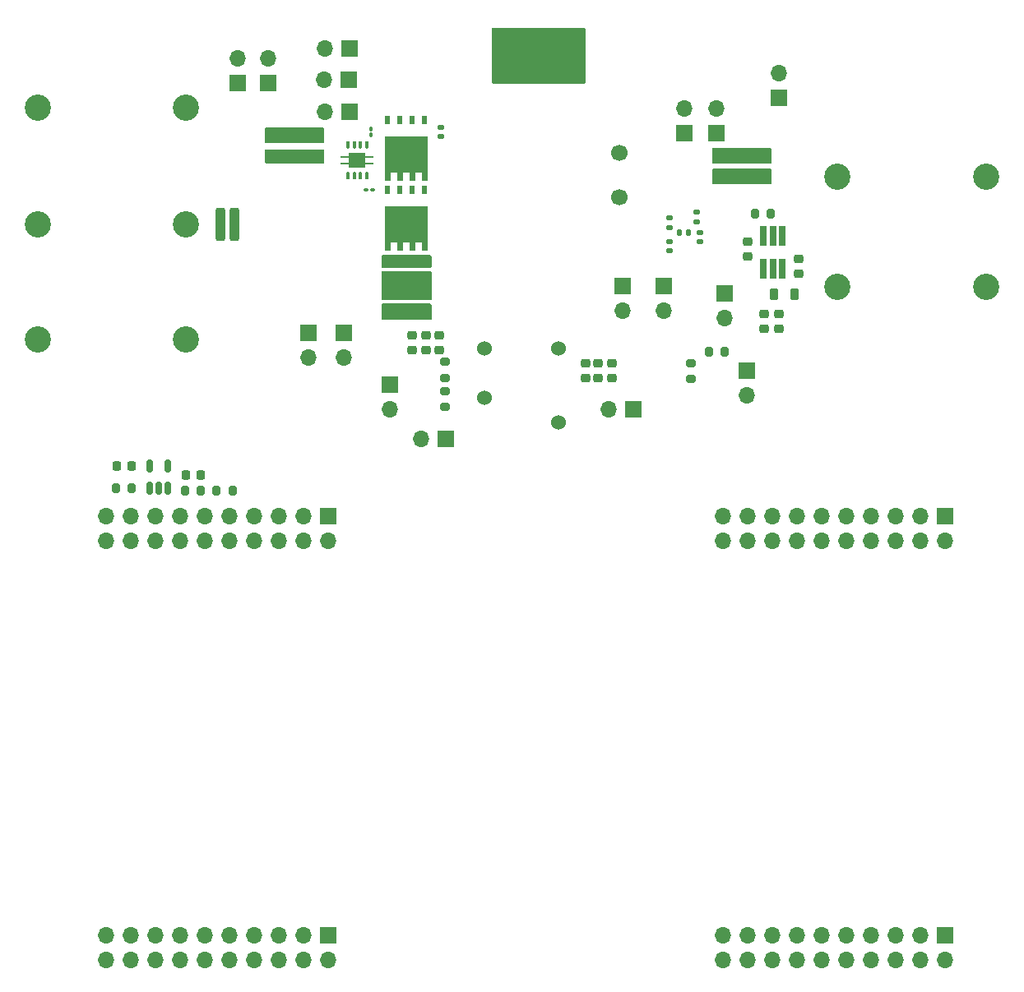
<source format=gbr>
%TF.GenerationSoftware,KiCad,Pcbnew,(6.0.1)*%
%TF.CreationDate,2023-08-02T16:38:55-05:00*%
%TF.ProjectId,board_v5,626f6172-645f-4763-952e-6b696361645f,rev?*%
%TF.SameCoordinates,Original*%
%TF.FileFunction,Soldermask,Top*%
%TF.FilePolarity,Negative*%
%FSLAX46Y46*%
G04 Gerber Fmt 4.6, Leading zero omitted, Abs format (unit mm)*
G04 Created by KiCad (PCBNEW (6.0.1)) date 2023-08-02 16:38:55*
%MOMM*%
%LPD*%
G01*
G04 APERTURE LIST*
G04 Aperture macros list*
%AMRoundRect*
0 Rectangle with rounded corners*
0 $1 Rounding radius*
0 $2 $3 $4 $5 $6 $7 $8 $9 X,Y pos of 4 corners*
0 Add a 4 corners polygon primitive as box body*
4,1,4,$2,$3,$4,$5,$6,$7,$8,$9,$2,$3,0*
0 Add four circle primitives for the rounded corners*
1,1,$1+$1,$2,$3*
1,1,$1+$1,$4,$5*
1,1,$1+$1,$6,$7*
1,1,$1+$1,$8,$9*
0 Add four rect primitives between the rounded corners*
20,1,$1+$1,$2,$3,$4,$5,0*
20,1,$1+$1,$4,$5,$6,$7,0*
20,1,$1+$1,$6,$7,$8,$9,0*
20,1,$1+$1,$8,$9,$2,$3,0*%
%AMFreePoly0*
4,1,17,2.675000,1.605000,1.875000,1.605000,1.875000,0.935000,2.675000,0.935000,2.675000,0.335000,1.875000,0.335000,1.875000,-0.335000,2.675000,-0.335000,2.675000,-0.935000,1.875000,-0.935000,1.875000,-1.605000,2.675000,-1.605000,2.675000,-2.205000,-1.875000,-2.205000,-1.875000,2.205000,2.675000,2.205000,2.675000,1.605000,2.675000,1.605000,$1*%
G04 Aperture macros list end*
%ADD10R,1.700000X1.700000*%
%ADD11O,1.700000X1.700000*%
%ADD12RoundRect,0.225000X-0.250000X0.225000X-0.250000X-0.225000X0.250000X-0.225000X0.250000X0.225000X0*%
%ADD13RoundRect,0.250000X0.475000X-0.250000X0.475000X0.250000X-0.475000X0.250000X-0.475000X-0.250000X0*%
%ADD14RoundRect,0.225000X0.225000X0.250000X-0.225000X0.250000X-0.225000X-0.250000X0.225000X-0.250000X0*%
%ADD15RoundRect,0.100000X-0.130000X-0.100000X0.130000X-0.100000X0.130000X0.100000X-0.130000X0.100000X0*%
%ADD16RoundRect,0.218750X0.256250X-0.218750X0.256250X0.218750X-0.256250X0.218750X-0.256250X-0.218750X0*%
%ADD17RoundRect,0.225000X0.250000X-0.225000X0.250000X0.225000X-0.250000X0.225000X-0.250000X-0.225000X0*%
%ADD18C,1.524000*%
%ADD19RoundRect,0.140000X0.140000X0.170000X-0.140000X0.170000X-0.140000X-0.170000X0.140000X-0.170000X0*%
%ADD20RoundRect,0.200000X-0.200000X-0.275000X0.200000X-0.275000X0.200000X0.275000X-0.200000X0.275000X0*%
%ADD21RoundRect,0.140000X0.170000X-0.140000X0.170000X0.140000X-0.170000X0.140000X-0.170000X-0.140000X0*%
%ADD22RoundRect,0.140000X-0.170000X0.140000X-0.170000X-0.140000X0.170000X-0.140000X0.170000X0.140000X0*%
%ADD23C,2.700000*%
%ADD24RoundRect,0.200000X0.200000X0.275000X-0.200000X0.275000X-0.200000X-0.275000X0.200000X-0.275000X0*%
%ADD25C,1.700000*%
%ADD26RoundRect,0.200000X-0.275000X0.200000X-0.275000X-0.200000X0.275000X-0.200000X0.275000X0.200000X0*%
%ADD27R,0.650000X2.000000*%
%ADD28RoundRect,0.200000X0.275000X-0.200000X0.275000X0.200000X-0.275000X0.200000X-0.275000X-0.200000X0*%
%ADD29RoundRect,0.150000X0.150000X-0.512500X0.150000X0.512500X-0.150000X0.512500X-0.150000X-0.512500X0*%
%ADD30RoundRect,0.250000X-0.250000X-1.450000X0.250000X-1.450000X0.250000X1.450000X-0.250000X1.450000X0*%
%ADD31R,0.400000X0.300000*%
%ADD32O,0.400000X0.650000*%
%ADD33R,0.825000X0.230000*%
%ADD34R,1.750000X1.500000*%
%ADD35RoundRect,0.218750X-0.218750X-0.381250X0.218750X-0.381250X0.218750X0.381250X-0.218750X0.381250X0*%
%ADD36RoundRect,0.135000X-0.185000X0.135000X-0.185000X-0.135000X0.185000X-0.135000X0.185000X0.135000X0*%
%ADD37RoundRect,0.100000X-0.100000X0.130000X-0.100000X-0.130000X0.100000X-0.130000X0.100000X0.130000X0*%
%ADD38FreePoly0,270.000000*%
%ADD39R,0.500000X0.850000*%
G04 APERTURE END LIST*
D10*
%TO.C,Vpv*%
X117725000Y-41350000D03*
D11*
X117725000Y-38810000D03*
%TD*%
D12*
%TO.C,C25*%
X173470000Y-65175000D03*
X173470000Y-66725000D03*
%TD*%
D10*
%TO.C,qp*%
X125075000Y-67150000D03*
D11*
X125075000Y-69690000D03*
%TD*%
D10*
%TO.C,Vgl*%
X129225000Y-41052499D03*
D11*
X126685000Y-41052499D03*
%TD*%
D10*
%TO.C,5V S*%
X158474999Y-75000001D03*
D11*
X155934999Y-75000001D03*
%TD*%
D12*
%TO.C,C2*%
X135425000Y-59725000D03*
X135425000Y-61275000D03*
%TD*%
D13*
%TO.C,C17*%
X121425000Y-48850000D03*
X121425000Y-46950000D03*
%TD*%
D14*
%TO.C,C21*%
X106825000Y-80850000D03*
X105275000Y-80850000D03*
%TD*%
D15*
%TO.C,R2*%
X131005000Y-52425000D03*
X131645000Y-52425000D03*
%TD*%
D10*
%TO.C,J7*%
X139174999Y-78000001D03*
D11*
X136634999Y-78000001D03*
%TD*%
D16*
%TO.C,C27*%
X170225000Y-59255000D03*
X170225000Y-57680000D03*
%TD*%
D12*
%TO.C,REF\u002A\u002A*%
X153600000Y-70225000D03*
X153600000Y-71775000D03*
%TD*%
D13*
%TO.C,C18*%
X125750000Y-48850000D03*
X125750000Y-46950000D03*
%TD*%
D17*
%TO.C,REF\u002A\u002A*%
X137115000Y-68925000D03*
X137115000Y-67375000D03*
%TD*%
D18*
%TO.C,U9*%
X150810000Y-76310000D03*
X150810000Y-68690000D03*
X143190000Y-68690000D03*
X143190000Y-73770000D03*
%TD*%
D10*
%TO.C,Vgh*%
X167070000Y-46530000D03*
D11*
X167070000Y-43990000D03*
%TD*%
D10*
%TO.C,qs*%
X167840000Y-63055000D03*
D11*
X167840000Y-65595000D03*
%TD*%
D10*
%TO.C,J4*%
X127075000Y-85995000D03*
D11*
X124535000Y-85995000D03*
X121995000Y-85995000D03*
X119455000Y-85995000D03*
X116915000Y-85995000D03*
X114375000Y-85995000D03*
X111835000Y-85995000D03*
X109295000Y-85995000D03*
X106755000Y-85995000D03*
X104215000Y-85995000D03*
X127075000Y-88535000D03*
X124535000Y-88535000D03*
X121995000Y-88535000D03*
X119455000Y-88535000D03*
X116915000Y-88535000D03*
X114375000Y-88535000D03*
X111835000Y-88535000D03*
X109295000Y-88535000D03*
X106755000Y-88535000D03*
X104215000Y-88535000D03*
%TD*%
D19*
%TO.C,C12*%
X164165000Y-56803000D03*
X163205000Y-56803000D03*
%TD*%
D12*
%TO.C,C2*%
X133790000Y-59715000D03*
X133790000Y-61265000D03*
%TD*%
D20*
%TO.C,R10*%
X112330484Y-83347532D03*
X113980484Y-83347532D03*
%TD*%
D12*
%TO.C,C14*%
X133740000Y-63030000D03*
X133740000Y-64580000D03*
%TD*%
D10*
%TO.C,Vsw*%
X129250000Y-37794999D03*
D11*
X126710000Y-37794999D03*
%TD*%
D21*
%TO.C,C9*%
X165350000Y-57730000D03*
X165350000Y-56770000D03*
%TD*%
D20*
%TO.C,R9*%
X115580484Y-83347532D03*
X117230484Y-83347532D03*
%TD*%
D22*
%TO.C,C6*%
X138700000Y-45940000D03*
X138700000Y-46900000D03*
%TD*%
D23*
%TO.C,J10*%
X179500000Y-62350000D03*
X194800000Y-62350000D03*
%TD*%
D13*
%TO.C,C22*%
X169712500Y-50925000D03*
X169712500Y-49025000D03*
%TD*%
D24*
%TO.C,R8*%
X106850000Y-83100000D03*
X105200000Y-83100000D03*
%TD*%
D25*
%TO.C,REF\u002A\u002A*%
X157050000Y-48610000D03*
%TD*%
D10*
%TO.C,Vin*%
X120850000Y-41350000D03*
D11*
X120850000Y-38810000D03*
%TD*%
D23*
%TO.C,J2*%
X97150000Y-55950000D03*
X112450000Y-55950000D03*
%TD*%
D14*
%TO.C,C20*%
X113955484Y-81722532D03*
X112405484Y-81722532D03*
%TD*%
D12*
%TO.C,C32*%
X156262000Y-70225000D03*
X156262000Y-71775000D03*
%TD*%
D10*
%TO.C,TP10*%
X170200000Y-70975000D03*
D11*
X170200000Y-73515000D03*
%TD*%
D13*
%TO.C,C23*%
X171700000Y-50925000D03*
X171700000Y-49025000D03*
%TD*%
D26*
%TO.C,R15*%
X164410000Y-70230000D03*
X164410000Y-71880000D03*
%TD*%
D27*
%TO.C,U6*%
X171900000Y-60527500D03*
X172850000Y-60527500D03*
X173800000Y-60527500D03*
X173800000Y-57107500D03*
X172850000Y-57107500D03*
X171900000Y-57107500D03*
%TD*%
D17*
%TO.C,C31*%
X138500000Y-68925000D03*
X138500000Y-67375000D03*
%TD*%
D13*
%TO.C,C19*%
X123587500Y-48850000D03*
X123587500Y-46950000D03*
%TD*%
D10*
%TO.C,Vgl*%
X161630000Y-62300000D03*
D11*
X161630000Y-64840000D03*
%TD*%
D12*
%TO.C,C29*%
X175500000Y-59475000D03*
X175500000Y-61025000D03*
%TD*%
D28*
%TO.C,R21*%
X139100001Y-71750000D03*
X139100001Y-70100000D03*
%TD*%
D29*
%TO.C,U7*%
X108700000Y-83087500D03*
X109650000Y-83087500D03*
X110600000Y-83087500D03*
X110600000Y-80812500D03*
X108700000Y-80812500D03*
%TD*%
D30*
%TO.C,R_Isense1*%
X115950000Y-55950000D03*
X117450000Y-55950000D03*
%TD*%
D10*
%TO.C,J6*%
X127075000Y-129195000D03*
D11*
X124535000Y-129195000D03*
X121995000Y-129195000D03*
X119455000Y-129195000D03*
X116915000Y-129195000D03*
X114375000Y-129195000D03*
X111835000Y-129195000D03*
X109295000Y-129195000D03*
X106755000Y-129195000D03*
X104215000Y-129195000D03*
X127075000Y-131735000D03*
X124535000Y-131735000D03*
X121995000Y-131735000D03*
X119455000Y-131735000D03*
X116915000Y-131735000D03*
X114375000Y-131735000D03*
X111835000Y-131735000D03*
X109295000Y-131735000D03*
X106755000Y-131735000D03*
X104215000Y-131735000D03*
%TD*%
D31*
%TO.C,U1*%
X129089520Y-51095000D03*
D32*
X129089520Y-50895000D03*
D31*
X129739520Y-51095000D03*
D32*
X129739520Y-50895000D03*
D31*
X130389520Y-51095000D03*
D32*
X130389520Y-50895000D03*
X131039520Y-50895000D03*
D31*
X131039520Y-51095000D03*
X131039520Y-47595000D03*
D32*
X131039520Y-47795000D03*
X130389520Y-47795000D03*
D31*
X130389520Y-47595000D03*
X129739520Y-47595000D03*
D32*
X129739520Y-47795000D03*
X129089520Y-47795000D03*
D31*
X129089520Y-47595000D03*
D33*
X131344273Y-49665000D03*
X128784520Y-49025000D03*
X131344520Y-49025000D03*
D34*
X130064520Y-49345000D03*
D33*
X128784273Y-49665000D03*
%TD*%
D35*
%TO.C,L1*%
X172927500Y-63150000D03*
X175052500Y-63150000D03*
%TD*%
D36*
%TO.C,R6*%
X164970000Y-54690000D03*
X164970000Y-55710000D03*
%TD*%
D37*
%TO.C,R3*%
X131464520Y-46080000D03*
X131464520Y-46720000D03*
%TD*%
D13*
%TO.C,C24*%
X167725000Y-50925000D03*
X167725000Y-49025000D03*
%TD*%
D23*
%TO.C,J1*%
X97150000Y-43950000D03*
X112450000Y-43950000D03*
%TD*%
D10*
%TO.C,Vout*%
X173482000Y-42926000D03*
D11*
X173482000Y-40386000D03*
%TD*%
D10*
%TO.C,Vgh*%
X129250000Y-44310000D03*
D11*
X126710000Y-44310000D03*
%TD*%
D10*
%TO.C,J3*%
X190575000Y-85995000D03*
D11*
X188035000Y-85995000D03*
X185495000Y-85995000D03*
X182955000Y-85995000D03*
X180415000Y-85995000D03*
X177875000Y-85995000D03*
X175335000Y-85995000D03*
X172795000Y-85995000D03*
X170255000Y-85995000D03*
X167715000Y-85995000D03*
X190575000Y-88535000D03*
X188035000Y-88535000D03*
X185495000Y-88535000D03*
X182955000Y-88535000D03*
X180415000Y-88535000D03*
X177875000Y-88535000D03*
X175335000Y-88535000D03*
X172795000Y-88535000D03*
X170255000Y-88535000D03*
X167715000Y-88535000D03*
%TD*%
D17*
%TO.C,REF\u002A\u002A*%
X135730000Y-68925000D03*
X135730000Y-67375000D03*
%TD*%
D38*
%TO.C,U2*%
X135100000Y-55960000D03*
D39*
X137005000Y-52410000D03*
X135735000Y-52410000D03*
X134465000Y-52410000D03*
X133195000Y-52410000D03*
%TD*%
D10*
%TO.C,5V P*%
X133400000Y-72425000D03*
D11*
X133400000Y-74965000D03*
%TD*%
D10*
%TO.C,J5*%
X190570000Y-129190000D03*
D11*
X188030000Y-129190000D03*
X185490000Y-129190000D03*
X182950000Y-129190000D03*
X180410000Y-129190000D03*
X177870000Y-129190000D03*
X175330000Y-129190000D03*
X172790000Y-129190000D03*
X170250000Y-129190000D03*
X167710000Y-129190000D03*
X190570000Y-131730000D03*
X188030000Y-131730000D03*
X185490000Y-131730000D03*
X182950000Y-131730000D03*
X180410000Y-131730000D03*
X177870000Y-131730000D03*
X175330000Y-131730000D03*
X172790000Y-131730000D03*
X170250000Y-131730000D03*
X167710000Y-131730000D03*
%TD*%
D38*
%TO.C,U5*%
X135100000Y-48720000D03*
D39*
X137005000Y-45170000D03*
X135735000Y-45170000D03*
X134465000Y-45170000D03*
X133195000Y-45170000D03*
%TD*%
D20*
%TO.C,R20*%
X171000000Y-54842500D03*
X172650000Y-54842500D03*
%TD*%
D23*
%TO.C,J8*%
X194818000Y-51054000D03*
X179518000Y-51054000D03*
%TD*%
D12*
%TO.C,C14*%
X135425000Y-63030000D03*
X135425000Y-64580000D03*
%TD*%
D21*
%TO.C,C7*%
X162185000Y-58673000D03*
X162185000Y-57713000D03*
%TD*%
D25*
%TO.C,REF\u002A\u002A*%
X157050000Y-53150000D03*
%TD*%
D12*
%TO.C,C13*%
X137100000Y-59725000D03*
X137100000Y-61275000D03*
%TD*%
D22*
%TO.C,C8*%
X162175000Y-55303000D03*
X162175000Y-56263000D03*
%TD*%
D26*
%TO.C,R5*%
X139100000Y-73099998D03*
X139100000Y-74749998D03*
%TD*%
D10*
%TO.C,Vsw*%
X157400000Y-62300000D03*
D11*
X157400000Y-64840000D03*
%TD*%
D20*
%TO.C,R16*%
X166235000Y-69080000D03*
X167885000Y-69080000D03*
%TD*%
D23*
%TO.C,J9*%
X97150000Y-67800000D03*
X112450000Y-67800000D03*
%TD*%
D10*
%TO.C,Vc*%
X128700000Y-67150000D03*
D11*
X128700000Y-69690000D03*
%TD*%
D10*
%TO.C,Vc*%
X163750000Y-46530000D03*
D11*
X163750000Y-43990000D03*
%TD*%
D12*
%TO.C,REF\u002A\u002A*%
X154870000Y-70225000D03*
X154870000Y-71775000D03*
%TD*%
%TO.C,C26*%
X171910000Y-65165000D03*
X171910000Y-66715000D03*
%TD*%
%TO.C,C3*%
X137099998Y-63029995D03*
X137099998Y-64579995D03*
%TD*%
G36*
X126592121Y-45970002D02*
G01*
X126638614Y-46023658D01*
X126650000Y-46076000D01*
X126650000Y-47474000D01*
X126629998Y-47542121D01*
X126576342Y-47588614D01*
X126524000Y-47600000D01*
X120676000Y-47600000D01*
X120607879Y-47579998D01*
X120561386Y-47526342D01*
X120550000Y-47474000D01*
X120550000Y-46076000D01*
X120570002Y-46007879D01*
X120623658Y-45961386D01*
X120676000Y-45950000D01*
X126524000Y-45950000D01*
X126592121Y-45970002D01*
G37*
G36*
X172642121Y-50220002D02*
G01*
X172688614Y-50273658D01*
X172700000Y-50326000D01*
X172700000Y-51674000D01*
X172679998Y-51742121D01*
X172626342Y-51788614D01*
X172574000Y-51800000D01*
X166726000Y-51800000D01*
X166657879Y-51779998D01*
X166611386Y-51726342D01*
X166600000Y-51674000D01*
X166600000Y-50326000D01*
X166620002Y-50257879D01*
X166673658Y-50211386D01*
X166726000Y-50200000D01*
X172574000Y-50200000D01*
X172642121Y-50220002D01*
G37*
G36*
X137642121Y-64120002D02*
G01*
X137688614Y-64173658D01*
X137700000Y-64226000D01*
X137700000Y-65674000D01*
X137679998Y-65742121D01*
X137626342Y-65788614D01*
X137574000Y-65800000D01*
X132676000Y-65800000D01*
X132607879Y-65779998D01*
X132561386Y-65726342D01*
X132550000Y-65674000D01*
X132550000Y-64226000D01*
X132570002Y-64157879D01*
X132623658Y-64111386D01*
X132676000Y-64100000D01*
X137574000Y-64100000D01*
X137642121Y-64120002D01*
G37*
G36*
X137642121Y-59120002D02*
G01*
X137688614Y-59173658D01*
X137700000Y-59226000D01*
X137700000Y-60274000D01*
X137679998Y-60342121D01*
X137626342Y-60388614D01*
X137574000Y-60400000D01*
X132676000Y-60400000D01*
X132607879Y-60379998D01*
X132561386Y-60326342D01*
X132550000Y-60274000D01*
X132550000Y-59226000D01*
X132570002Y-59157879D01*
X132623658Y-59111386D01*
X132676000Y-59100000D01*
X137574000Y-59100000D01*
X137642121Y-59120002D01*
G37*
G36*
X172642121Y-48070002D02*
G01*
X172688614Y-48123658D01*
X172700000Y-48176000D01*
X172700000Y-49574000D01*
X172679998Y-49642121D01*
X172626342Y-49688614D01*
X172574000Y-49700000D01*
X166726000Y-49700000D01*
X166657879Y-49679998D01*
X166611386Y-49626342D01*
X166600000Y-49574000D01*
X166600000Y-48176000D01*
X166620002Y-48107879D01*
X166673658Y-48061386D01*
X166726000Y-48050000D01*
X172574000Y-48050000D01*
X172642121Y-48070002D01*
G37*
G36*
X126592121Y-48220002D02*
G01*
X126638614Y-48273658D01*
X126650000Y-48326000D01*
X126650000Y-49524000D01*
X126629998Y-49592121D01*
X126576342Y-49638614D01*
X126524000Y-49650000D01*
X120676000Y-49650000D01*
X120607879Y-49629998D01*
X120561386Y-49576342D01*
X120550000Y-49524000D01*
X120550000Y-48326000D01*
X120570002Y-48257879D01*
X120623658Y-48211386D01*
X120676000Y-48200000D01*
X126524000Y-48200000D01*
X126592121Y-48220002D01*
G37*
G36*
X137642121Y-60745002D02*
G01*
X137688614Y-60798658D01*
X137700000Y-60851000D01*
X137700000Y-63624000D01*
X137679998Y-63692121D01*
X137626342Y-63738614D01*
X137574000Y-63750000D01*
X132676000Y-63750000D01*
X132607879Y-63729998D01*
X132561386Y-63676342D01*
X132550000Y-63624000D01*
X132550000Y-60851000D01*
X132570002Y-60782879D01*
X132623658Y-60736386D01*
X132676000Y-60725000D01*
X137574000Y-60725000D01*
X137642121Y-60745002D01*
G37*
G36*
X153517121Y-35695002D02*
G01*
X153563614Y-35748658D01*
X153575000Y-35801000D01*
X153575000Y-41299000D01*
X153554998Y-41367121D01*
X153501342Y-41413614D01*
X153449000Y-41425000D01*
X144051000Y-41425000D01*
X143982879Y-41404998D01*
X143936386Y-41351342D01*
X143925000Y-41299000D01*
X143925000Y-35801000D01*
X143945002Y-35732879D01*
X143998658Y-35686386D01*
X144051000Y-35675000D01*
X153449000Y-35675000D01*
X153517121Y-35695002D01*
G37*
M02*

</source>
